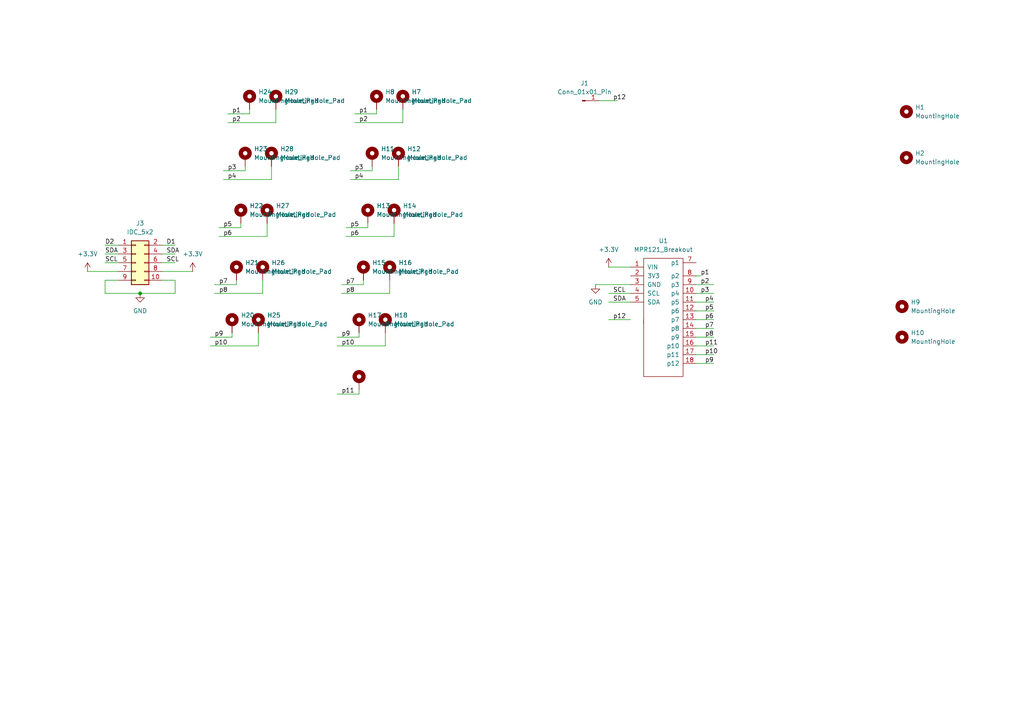
<source format=kicad_sch>
(kicad_sch (version 20231120) (generator "eeschema") (generator_version "8.0")
  (paper "A4")
  (lib_symbols
    (symbol "+3.3V_2" (power) (pin_numbers hide) (pin_names (offset 0) hide)
      (property "Value" "+3.3V" (at 0 3.556 0))
      (symbol "+3.3V_2_0_1"
        (polyline (pts (xy -0.762 1.27) (xy 0 2.54)))
        (polyline (pts (xy 0 0) (xy 0 2.54)))
        (polyline (pts (xy 0 2.54) (xy 0.762 1.27)))
      )
      (symbol "+3.3V_2_1_1"
        (pin power_in line (at 0 0 90) (length 0) (name "~") (number "1"))
      )
    )
    (symbol "Connector:Conn_01x01_Pin" (pin_names (offset 1.016) hide)
      (property "Reference" "J" (at 0 2.54 0))
      (property "Value" "Conn_01x01_Pin" (at 0 -2.54 0))
      (symbol "Conn_01x01_Pin_1_1"
        (polyline (pts (xy 1.27 0) (xy 0.8636 0)) (stroke (width 0.1524)))
        (rectangle (start 0.8636 0.127) (end 0 -0.127) (stroke (width 0.1524)) (fill (type outline)))
        (pin passive line (at 5.08 0 180) (length 3.81) (name "Pin_1") (number "1"))
      )
    )
    (symbol "Connector_Generic:Conn_02x05_Odd_Even" (pin_names (offset 1.016) hide)
      (property "Reference" "J" (at 1.27 7.62 0))
      (property "Value" "Conn_02x05_Odd_Even" (at 1.27 -7.62 0))
      (symbol "Conn_02x05_Odd_Even_1_1"
        (rectangle (start -1.27 -4.953) (end 0 -5.207) (stroke (width 0.1524)))
        (rectangle (start -1.27 -2.413) (end 0 -2.667) (stroke (width 0.1524)))
        (rectangle (start -1.27 0.127) (end 0 -0.127) (stroke (width 0.1524)))
        (rectangle (start -1.27 2.667) (end 0 2.413) (stroke (width 0.1524)))
        (rectangle (start -1.27 5.207) (end 0 4.953) (stroke (width 0.1524)))
        (rectangle (start -1.27 6.35) (end 3.81 -6.35) (stroke (width 0.254)) (fill (type background)))
        (rectangle (start 3.81 -4.953) (end 2.54 -5.207) (stroke (width 0.1524)))
        (rectangle (start 3.81 -2.413) (end 2.54 -2.667) (stroke (width 0.1524)))
        (rectangle (start 3.81 0.127) (end 2.54 -0.127) (stroke (width 0.1524)))
        (rectangle (start 3.81 2.667) (end 2.54 2.413) (stroke (width 0.1524)))
        (rectangle (start 3.81 5.207) (end 2.54 4.953) (stroke (width 0.1524)))
        (pin passive line (at -5.08 5.08 0) (length 3.81) (name "Pin_1") (number "1"))
        (pin passive line (at 7.62 -5.08 180) (length 3.81) (name "Pin_10") (number "10"))
        (pin passive line (at 7.62 5.08 180) (length 3.81) (name "Pin_2") (number "2"))
        (pin passive line (at -5.08 2.54 0) (length 3.81) (name "Pin_3") (number "3"))
        (pin passive line (at 7.62 2.54 180) (length 3.81) (name "Pin_4") (number "4"))
        (pin passive line (at -5.08 0 0) (length 3.81) (name "Pin_5") (number "5"))
        (pin passive line (at 7.62 0 180) (length 3.81) (name "Pin_6") (number "6"))
        (pin passive line (at -5.08 -2.54 0) (length 3.81) (name "Pin_7") (number "7"))
        (pin passive line (at 7.62 -2.54 180) (length 3.81) (name "Pin_8") (number "8"))
        (pin passive line (at -5.08 -5.08 0) (length 3.81) (name "Pin_9") (number "9"))
      )
    )
    (symbol "GND_2" (power) (pin_numbers hide) (pin_names (offset 0) hide)
      (property "Value" "GND" (at 0 -3.81 0))
      (symbol "GND_2_0_1"
        (polyline (pts (xy 0 0) (xy 0 -1.27) (xy 1.27 -1.27) (xy 0 -2.54) (xy -1.27 -1.27) (xy 0 -1.27)))
      )
      (symbol "GND_2_1_1"
        (pin power_in line (at 0 0 270) (length 0) (name "~") (number "1"))
      )
    )
    (symbol "LSM6DS3_Breakout:MPR121_Breakout" (pin_names (offset 1.016))
      (property "Reference" "U1" (at -4.445 7.62 0))
      (property "Value" "MPR121_Breakout" (at -4.445 5.08 0))
      (symbol "MPR121_Breakout_0_1"
        (polyline (pts (xy -10.16 -15.24) (xy -10.16 -16.51)))
        (polyline (pts (xy -10.16 -31.75) (xy -10.16 2.54) (xy 1.27 2.54) (xy 1.27 -30.48) (xy 1.27 -31.75) (xy -10.16 -31.75)))
      )
      (symbol "MPR121_Breakout_1_1"
        (pin input line (at -13.97 0 0) (length 3.81) (name "VIN") (number "1"))
        (pin output line (at 5.08 -7.62 180) (length 3.81) (name "p4") (number "10"))
        (pin input line (at 5.08 -10.16 180) (length 3.81) (name "p5") (number "11"))
        (pin bidirectional line (at 5.08 -12.7 180) (length 3.81) (name "p6") (number "12"))
        (pin input line (at 5.08 -15.24 180) (length 3.81) (name "p7") (number "13"))
        (pin output line (at 5.08 -17.78 180) (length 3.81) (name "p8") (number "14"))
        (pin output line (at 5.08 -20.32 180) (length 3.81) (name "p9") (number "15"))
        (pin input line (at 5.08 -22.86 180) (length 3.81) (name "p10") (number "16"))
        (pin bidirectional line (at 5.08 -25.4 180) (length 3.81) (name "p11") (number "17"))
        (pin input line (at 5.08 -27.94 180) (length 3.81) (name "p12") (number "18"))
        (pin input line (at -13.97 -2.54 0) (length 3.81) (name "3V3") (number "2"))
        (pin power_in line (at -13.97 -5.08 0) (length 3.81) (name "GND") (number "3"))
        (pin input line (at -13.97 -7.62 0) (length 3.81) (name "SCL") (number "4"))
        (pin bidirectional line (at -13.97 -10.16 0) (length 3.81) (name "SDA") (number "5"))
        (pin input line (at 5.08 1.27 180) (length 3.81) (name "p1") (number "7"))
        (pin input line (at 5.08 -2.54 180) (length 3.81) (name "p2") (number "8"))
        (pin output line (at 5.08 -5.08 180) (length 3.81) (name "p3") (number "9"))
      )
    )
    (symbol "Mechanical:MountingHole" (pin_names (offset 1.016))
      (property "Reference" "H" (at 0 5.08 0))
      (property "Value" "MountingHole" (at 0 3.175 0))
      (symbol "MountingHole_0_1"
        (circle (center 0 0) (radius 1.27) (stroke (width 1.27)))
      )
    )
    (symbol "Mechanical:MountingHole_Pad" (pin_numbers hide) (pin_names (offset 1.016) hide) (exclude_from_sim yes) (in_bom no)
      (property "Reference" "H" (at 0 6.35 0))
      (property "Value" "MountingHole_Pad" (at 0 4.445 0))
      (symbol "MountingHole_Pad_0_1"
        (circle (center 0 1.27) (radius 1.27) (stroke (width 1.27)))
      )
      (symbol "MountingHole_Pad_1_1"
        (pin input line (at 0 -2.54 90) (length 2.54) (name "1") (number "1"))
      )
    )
    (symbol "power:+3.3V" (power) (pin_numbers hide) (pin_names (offset 0) hide)
      (property "Value" "+3.3V" (at 0 3.556 0))
      (symbol "+3.3V_0_1"
        (polyline (pts (xy -0.762 1.27) (xy 0 2.54)))
        (polyline (pts (xy 0 0) (xy 0 2.54)))
        (polyline (pts (xy 0 2.54) (xy 0.762 1.27)))
      )
      (symbol "+3.3V_1_1"
        (pin power_in line (at 0 0 90) (length 0) (name "~") (number "1"))
      )
    )
    (symbol "power:GND" (power) (pin_numbers hide) (pin_names (offset 0) hide)
      (property "Value" "GND" (at 0 -3.81 0))
      (symbol "GND_0_1"
        (polyline (pts (xy 0 0) (xy 0 -1.27) (xy 1.27 -1.27) (xy 0 -2.54) (xy -1.27 -1.27) (xy 0 -1.27)))
      )
      (symbol "GND_1_1"
        (pin power_in line (at 0 0 270) (length 0) (name "~") (number "1"))
      )
    )
  )
  (junction (at 40.64 85.09))
  (wire (pts (xy 68.58 81.28) (xy 68.58 82.55)))
  (wire (pts (xy 107.95 48.26) (xy 107.95 49.53)))
  (wire (pts (xy 64.77 52.07) (xy 78.74 52.07)))
  (wire (pts (xy 30.48 85.09) (xy 40.64 85.09)))
  (wire (pts (xy 63.5 68.58) (xy 77.47 68.58)))
  (wire (pts (xy 104.14 96.52) (xy 104.14 97.79)))
  (wire (pts (xy 201.93 85.09) (xy 207.01 85.09)))
  (wire (pts (xy 172.72 82.55) (xy 182.88 82.55)))
  (wire (pts (xy 176.53 92.71) (xy 182.88 92.71)))
  (wire (pts (xy 40.64 85.09) (xy 50.8 85.09)))
  (wire (pts (xy 76.2 81.28) (xy 76.2 85.09)))
  (wire (pts (xy 201.93 87.63) (xy 207.01 87.63)))
  (wire (pts (xy 99.06 82.55) (xy 105.41 82.55)))
  (wire (pts (xy 25.4 78.74) (xy 34.29 78.74)))
  (wire (pts (xy 72.39 31.75) (xy 72.39 33.02)))
  (wire (pts (xy 109.22 31.75) (xy 109.22 33.02)))
  (wire (pts (xy 97.79 97.79) (xy 104.14 97.79)))
  (wire (pts (xy 176.53 87.63) (xy 182.88 87.63)))
  (wire (pts (xy 80.01 31.75) (xy 80.01 35.56)))
  (wire (pts (xy 74.93 96.52) (xy 74.93 100.33)))
  (wire (pts (xy 111.76 96.52) (xy 111.76 100.33)))
  (wire (pts (xy 46.99 78.74) (xy 55.88 78.74)))
  (wire (pts (xy 176.53 77.47) (xy 182.88 77.47)))
  (wire (pts (xy 30.48 76.2) (xy 34.29 76.2)))
  (wire (pts (xy 100.33 66.04) (xy 106.68 66.04)))
  (wire (pts (xy 60.96 100.33) (xy 74.93 100.33)))
  (wire (pts (xy 46.99 73.66) (xy 50.8 73.66)))
  (wire (pts (xy 113.03 81.28) (xy 113.03 85.09)))
  (wire (pts (xy 30.48 73.66) (xy 34.29 73.66)))
  (wire (pts (xy 201.93 80.01) (xy 203.2 80.01)))
  (wire (pts (xy 46.99 71.12) (xy 50.8 71.12)))
  (wire (pts (xy 50.8 85.09) (xy 50.8 81.28)))
  (wire (pts (xy 69.85 64.77) (xy 69.85 66.04)))
  (wire (pts (xy 46.99 81.28) (xy 50.8 81.28)))
  (wire (pts (xy 201.93 82.55) (xy 207.01 82.55)))
  (wire (pts (xy 66.04 35.56) (xy 80.01 35.56)))
  (wire (pts (xy 99.06 85.09) (xy 113.03 85.09)))
  (wire (pts (xy 104.14 113.03) (xy 104.14 114.3)))
  (wire (pts (xy 173.99 29.21) (xy 179.07 29.21)))
  (wire (pts (xy 102.87 33.02) (xy 109.22 33.02)))
  (wire (pts (xy 67.31 96.52) (xy 67.31 97.79)))
  (wire (pts (xy 97.79 114.3) (xy 104.14 114.3)))
  (wire (pts (xy 201.93 102.87) (xy 207.01 102.87)))
  (wire (pts (xy 101.6 52.07) (xy 115.57 52.07)))
  (wire (pts (xy 97.79 100.33) (xy 111.76 100.33)))
  (wire (pts (xy 115.57 48.26) (xy 115.57 52.07)))
  (wire (pts (xy 30.48 71.12) (xy 34.29 71.12)))
  (wire (pts (xy 201.93 105.41) (xy 207.01 105.41)))
  (wire (pts (xy 66.04 33.02) (xy 72.39 33.02)))
  (wire (pts (xy 201.93 100.33) (xy 207.01 100.33)))
  (wire (pts (xy 106.68 64.77) (xy 106.68 66.04)))
  (wire (pts (xy 100.33 68.58) (xy 114.3 68.58)))
  (wire (pts (xy 201.93 92.71) (xy 207.01 92.71)))
  (wire (pts (xy 114.3 64.77) (xy 114.3 68.58)))
  (wire (pts (xy 116.84 31.75) (xy 116.84 35.56)))
  (wire (pts (xy 62.23 82.55) (xy 68.58 82.55)))
  (wire (pts (xy 46.99 76.2) (xy 50.8 76.2)))
  (wire (pts (xy 201.93 97.79) (xy 207.01 97.79)))
  (wire (pts (xy 60.96 97.79) (xy 67.31 97.79)))
  (wire (pts (xy 63.5 66.04) (xy 69.85 66.04)))
  (wire (pts (xy 30.48 81.28) (xy 30.48 85.09)))
  (wire (pts (xy 77.47 64.77) (xy 77.47 68.58)))
  (wire (pts (xy 64.77 49.53) (xy 71.12 49.53)))
  (wire (pts (xy 201.93 90.17) (xy 207.01 90.17)))
  (wire (pts (xy 105.41 81.28) (xy 105.41 82.55)))
  (wire (pts (xy 30.48 81.28) (xy 34.29 81.28)))
  (wire (pts (xy 71.12 48.26) (xy 71.12 49.53)))
  (wire (pts (xy 102.87 35.56) (xy 116.84 35.56)))
  (wire (pts (xy 201.93 95.25) (xy 207.01 95.25)))
  (wire (pts (xy 176.53 85.09) (xy 182.88 85.09)))
  (wire (pts (xy 62.23 85.09) (xy 76.2 85.09)))
  (wire (pts (xy 78.74 48.26) (xy 78.74 52.07)))
  (wire (pts (xy 101.6 49.53) (xy 107.95 49.53)))
  (label "p4" (at 102.87 52.07 0))
  (label "SDA" (at 30.48 73.66 0))
  (label "p9" (at 204.47 105.41 0))
  (label "D2" (at 30.48 71.12 0))
  (label "p4" (at 204.47 87.63 0))
  (label "p1" (at 67.31 33.02 0))
  (label "p7" (at 204.47 95.25 0))
  (label "p7" (at 100.33 82.55 0))
  (label "p6" (at 101.6 68.58 0))
  (label "p10" (at 204.47 102.87 0))
  (label "p2" (at 67.31 35.56 0))
  (label "p8" (at 100.33 85.09 0))
  (label "p9" (at 99.06 97.79 0))
  (label "p5" (at 204.47 90.17 0))
  (label "p10" (at 62.23 100.33 0))
  (label "p12" (at 177.8 92.71 0))
  (label "p6" (at 64.77 68.58 0))
  (label "p11" (at 204.47 100.33 0))
  (label "p5" (at 101.6 66.04 0))
  (label "p2" (at 104.14 35.56 0))
  (label "SDA" (at 177.8 87.63 0))
  (label "p1" (at 104.14 33.02 0))
  (label "p10" (at 99.06 100.33 0))
  (label "p8" (at 204.47 97.79 0))
  (label "p12" (at 177.8 29.21 0))
  (label "SCL" (at 30.48 76.2 0))
  (label "D1" (at 48.26 71.12 0))
  (label "p3" (at 66.04 49.53 0))
  (label "p9" (at 62.23 97.79 0))
  (label "SDA" (at 48.26 73.66 0))
  (label "p5" (at 64.77 66.04 0))
  (label "p6" (at 204.47 92.71 0))
  (label "p1" (at 203.2 80.01 0))
  (label "SCL" (at 177.8 85.09 0))
  (label "p3" (at 203.2 85.09 0))
  (label "p7" (at 63.5 82.55 0))
  (label "SCL" (at 48.26 76.2 0))
  (label "p8" (at 63.5 85.09 0))
  (label "p4" (at 66.04 52.07 0))
  (label "p2" (at 203.2 82.55 0))
  (label "p3" (at 102.87 49.53 0))
  (label "p11" (at 99.06 114.3 0))
  (symbol (lib_id "Mechanical:MountingHole_Pad") (at 111.76 93.98 0) (unit 1) (exclude_from_sim yes) (in_bom no)
    (property "Reference" "H18" (at 114.3 91.4399 0) (effects (justify left)))
    (property "Value" "MountingHole_Pad" (at 114.3 93.9799 0) (effects (justify left)))
    (property "Footprint" "MountingHole:MountingHole_6.4mm_M6_DIN965_Pad_TopBottom" (effects (hide yes)))
    (property "Description" "Mounting Hole with connection" (effects (hide yes)))
  )
  (symbol (lib_id "Connector:Conn_01x01_Pin") (at 168.91 29.21 0) (unit 1)
    (property "Reference" "J1" (at 169.545 24.13 0))
    (property "Value" "Conn_01x01_Pin" (at 169.545 26.67 0))
    (property "Footprint" "ih_kicad:recorder-touchtrack_120mm" (effects (hide yes)))
    (property "Description" "Generic connector, single row, 01x01, script generated" (effects (hide yes)))
  )
  (symbol (lib_id "Mechanical:MountingHole_Pad") (at 114.3 62.23 0) (unit 1) (exclude_from_sim yes) (in_bom no)
    (property "Reference" "H14" (at 116.84 59.6899 0) (effects (justify left)))
    (property "Value" "MountingHole_Pad" (at 116.84 62.2299 0) (effects (justify left)))
    (property "Footprint" "MountingHole:MountingHole_6.4mm_M6_DIN965_Pad_TopBottom" (effects (hide yes)))
    (property "Description" "Mounting Hole with connection" (effects (hide yes)))
  )
  (symbol (lib_id "Mechanical:MountingHole_Pad") (at 106.68 62.23 0) (unit 1) (exclude_from_sim yes) (in_bom no)
    (property "Reference" "H13" (at 109.22 59.6899 0) (effects (justify left)))
    (property "Value" "MountingHole_Pad" (at 109.22 62.2299 0) (effects (justify left)))
    (property "Footprint" "MountingHole:MountingHole_6.4mm_M6_DIN965_Pad_TopBottom" (effects (hide yes)))
    (property "Description" "Mounting Hole with connection" (effects (hide yes)))
  )
  (symbol (lib_id "Mechanical:MountingHole_Pad") (at 115.57 45.72 0) (unit 1) (exclude_from_sim yes) (in_bom no)
    (property "Reference" "H12" (at 118.11 43.1799 0) (effects (justify left)))
    (property "Value" "MountingHole_Pad" (at 118.11 45.7199 0) (effects (justify left)))
    (property "Footprint" "MountingHole:MountingHole_6.4mm_M6_DIN965_Pad_TopBottom" (effects (hide yes)))
    (property "Description" "Mounting Hole with connection" (effects (hide yes)))
  )
  (symbol (lib_id "Mechanical:MountingHole_Pad") (at 107.95 45.72 0) (unit 1) (exclude_from_sim yes) (in_bom no)
    (property "Reference" "H11" (at 110.49 43.1799 0) (effects (justify left)))
    (property "Value" "MountingHole_Pad" (at 110.49 45.7199 0) (effects (justify left)))
    (property "Footprint" "MountingHole:MountingHole_6.4mm_M6_DIN965_Pad_TopBottom" (effects (hide yes)))
    (property "Description" "Mounting Hole with connection" (effects (hide yes)))
  )
  (symbol (lib_id "LSM6DS3_Breakout:MPR121_Breakout") (at 196.85 77.47 0) (unit 1)
    (property "Reference" "U1" (at 192.405 69.85 0))
    (property "Value" "MPR121_Breakout" (at 192.405 72.39 0))
    (property "Footprint" "ih_kicad:MPR121_Breakout" (effects (hide yes)))
  )
  (symbol (lib_id "Connector_Generic:Conn_02x05_Odd_Even") (at 39.37 76.2 0) (unit 1)
    (property "Reference" "J3" (at 40.64 64.77 0))
    (property "Value" "IDC_5x2" (at 40.64 67.31 0))
    (property "Footprint" "Connector_IDC:IDC-Header_2x05_P2.54mm_Vertical" (effects (hide yes)))
    (property "Description" "Generic connector, double row, 02x05, odd/even pin numbering scheme (row 1 odd numbers, row 2 even numbers), script generated (kicad-library-utils/schlib/autogen/connector/)" (effects (hide yes)))
  )
  (symbol (lib_id "Mechanical:MountingHole_Pad") (at 104.14 110.49 0) (unit 1) (exclude_from_sim yes) (in_bom no)
    (property "Reference" "H19" (effects (hide yes)))
    (property "Value" "MountingHole_Pad" (effects (hide yes)))
    (property "Footprint" "MountingHole:MountingHole_6.4mm_M6_DIN965_Pad_TopBottom" (effects (hide yes)))
    (property "Description" "Mounting Hole with connection" (effects (hide yes)))
  )
  (symbol (lib_id "Mechanical:MountingHole_Pad") (at 104.14 93.98 0) (unit 1) (exclude_from_sim yes) (in_bom no)
    (property "Reference" "H17" (at 106.68 91.4399 0) (effects (justify left)))
    (property "Value" "MountingHole_Pad" (at 106.68 93.9799 0) (effects (justify left)))
    (property "Footprint" "MountingHole:MountingHole_6.4mm_M6_DIN965_Pad_TopBottom" (effects (hide yes)))
    (property "Description" "Mounting Hole with connection" (effects (hide yes)))
  )
  (symbol (lib_id "Mechanical:MountingHole") (at 262.89 45.72 0) (unit 1)
    (property "Reference" "H2" (at 265.43 44.45 0) (effects (justify left)))
    (property "Value" "MountingHole" (at 265.43 46.99 0) (effects (justify left)))
    (property "Footprint" "MountingHole:MountingHole_4.3mm_M4" (effects (hide yes)))
  )
  (symbol (lib_id "Mechanical:MountingHole_Pad") (at 78.74 45.72 0) (unit 1) (exclude_from_sim yes) (in_bom no)
    (property "Reference" "H28" (at 81.28 43.1799 0) (effects (justify left)))
    (property "Value" "MountingHole_Pad" (at 81.28 45.7199 0) (effects (justify left)))
    (property "Footprint" "MountingHole:MountingHole_6.4mm_M6_DIN965_Pad_TopBottom" (effects (hide yes)))
    (property "Description" "Mounting Hole with connection" (effects (hide yes)))
  )
  (symbol (lib_id "Mechanical:MountingHole_Pad") (at 67.31 93.98 0) (unit 1) (exclude_from_sim yes) (in_bom no)
    (property "Reference" "H20" (at 69.85 91.4399 0) (effects (justify left)))
    (property "Value" "MountingHole_Pad" (at 69.85 93.9799 0) (effects (justify left)))
    (property "Footprint" "MountingHole:MountingHole_6.4mm_M6_DIN965_Pad_TopBottom" (effects (hide yes)))
    (property "Description" "Mounting Hole with connection" (effects (hide yes)))
  )
  (symbol (lib_id "Mechanical:MountingHole_Pad") (at 69.85 62.23 0) (unit 1) (exclude_from_sim yes) (in_bom no)
    (property "Reference" "H22" (at 72.39 59.6899 0) (effects (justify left)))
    (property "Value" "MountingHole_Pad" (at 72.39 62.2299 0) (effects (justify left)))
    (property "Footprint" "MountingHole:MountingHole_6.4mm_M6_DIN965_Pad_TopBottom" (effects (hide yes)))
    (property "Description" "Mounting Hole with connection" (effects (hide yes)))
  )
  (symbol (lib_id "Mechanical:MountingHole_Pad") (at 77.47 62.23 0) (unit 1) (exclude_from_sim yes) (in_bom no)
    (property "Reference" "H27" (at 80.01 59.6899 0) (effects (justify left)))
    (property "Value" "MountingHole_Pad" (at 80.01 62.2299 0) (effects (justify left)))
    (property "Footprint" "MountingHole:MountingHole_6.4mm_M6_DIN965_Pad_TopBottom" (effects (hide yes)))
    (property "Description" "Mounting Hole with connection" (effects (hide yes)))
  )
  (symbol (lib_id "Mechanical:MountingHole_Pad") (at 74.93 93.98 0) (unit 1) (exclude_from_sim yes) (in_bom no)
    (property "Reference" "H25" (at 77.47 91.4399 0) (effects (justify left)))
    (property "Value" "MountingHole_Pad" (at 77.47 93.9799 0) (effects (justify left)))
    (property "Footprint" "MountingHole:MountingHole_6.4mm_M6_DIN965_Pad_TopBottom" (effects (hide yes)))
    (property "Description" "Mounting Hole with connection" (effects (hide yes)))
  )
  (symbol (lib_name "+3.3V_2") (lib_id "power:+3.3V") (at 55.88 78.74 0) (unit 1)
    (property "Reference" "#PWR012" (effects (hide yes)))
    (property "Value" "+3.3V" (at 55.88 73.66 0))
    (property "Description" "Power symbol creates a global label with name \"+3.3V\"" (effects (hide yes)))
  )
  (symbol (lib_id "Mechanical:MountingHole") (at 261.62 97.79 0) (unit 1)
    (property "Reference" "H10" (at 264.16 96.52 0) (effects (justify left)))
    (property "Value" "MountingHole" (at 264.16 99.06 0) (effects (justify left)))
    (property "Footprint" "MountingHole:MountingHole_3.2mm_M3" (effects (hide yes)))
  )
  (symbol (lib_id "Mechanical:MountingHole_Pad") (at 105.41 78.74 0) (unit 1) (exclude_from_sim yes) (in_bom no)
    (property "Reference" "H15" (at 107.95 76.1999 0) (effects (justify left)))
    (property "Value" "MountingHole_Pad" (at 107.95 78.7399 0) (effects (justify left)))
    (property "Footprint" "MountingHole:MountingHole_6.4mm_M6_DIN965_Pad_TopBottom" (effects (hide yes)))
    (property "Description" "Mounting Hole with connection" (effects (hide yes)))
  )
  (symbol (lib_id "power:+3.3V") (at 176.53 77.47 0) (unit 1)
    (property "Reference" "#PWR01" (effects (hide yes)))
    (property "Value" "+3.3V" (at 176.53 72.39 0))
    (property "Description" "Power symbol creates a global label with name \"+3.3V\"" (effects (hide yes)))
  )
  (symbol (lib_id "Mechanical:MountingHole_Pad") (at 80.01 29.21 0) (unit 1) (exclude_from_sim yes) (in_bom no)
    (property "Reference" "H29" (at 82.55 26.6699 0) (effects (justify left)))
    (property "Value" "MountingHole_Pad" (at 82.55 29.2099 0) (effects (justify left)))
    (property "Footprint" "MountingHole:MountingHole_6.4mm_M6_DIN965_Pad_TopBottom" (effects (hide yes)))
    (property "Description" "Mounting Hole with connection" (effects (hide yes)))
  )
  (symbol (lib_id "power:GND") (at 172.72 82.55 0) (unit 1)
    (property "Reference" "#PWR02" (effects (hide yes)))
    (property "Value" "GND" (at 172.72 87.63 0))
    (property "Description" "Power symbol creates a global label with name \"GND\" , ground" (effects (hide yes)))
  )
  (symbol (lib_name "GND_2") (lib_id "power:GND") (at 40.64 85.09 0) (unit 1)
    (property "Reference" "#PWR06" (effects (hide yes)))
    (property "Value" "GND" (at 40.64 90.17 0))
    (property "Description" "Power symbol creates a global label with name \"GND\" , ground" (effects (hide yes)))
  )
  (symbol (lib_id "Mechanical:MountingHole_Pad") (at 113.03 78.74 0) (unit 1) (exclude_from_sim yes) (in_bom no)
    (property "Reference" "H16" (at 115.57 76.1999 0) (effects (justify left)))
    (property "Value" "MountingHole_Pad" (at 115.57 78.7399 0) (effects (justify left)))
    (property "Footprint" "MountingHole:MountingHole_6.4mm_M6_DIN965_Pad_TopBottom" (effects (hide yes)))
    (property "Description" "Mounting Hole with connection" (effects (hide yes)))
  )
  (symbol (lib_id "Mechanical:MountingHole_Pad") (at 68.58 78.74 0) (unit 1) (exclude_from_sim yes) (in_bom no)
    (property "Reference" "H21" (at 71.12 76.1999 0) (effects (justify left)))
    (property "Value" "MountingHole_Pad" (at 71.12 78.7399 0) (effects (justify left)))
    (property "Footprint" "MountingHole:MountingHole_6.4mm_M6_DIN965_Pad_TopBottom" (effects (hide yes)))
    (property "Description" "Mounting Hole with connection" (effects (hide yes)))
  )
  (symbol (lib_id "Mechanical:MountingHole_Pad") (at 71.12 45.72 0) (unit 1) (exclude_from_sim yes) (in_bom no)
    (property "Reference" "H23" (at 73.66 43.1799 0) (effects (justify left)))
    (property "Value" "MountingHole_Pad" (at 73.66 45.7199 0) (effects (justify left)))
    (property "Footprint" "MountingHole:MountingHole_6.4mm_M6_DIN965_Pad_TopBottom" (effects (hide yes)))
    (property "Description" "Mounting Hole with connection" (effects (hide yes)))
  )
  (symbol (lib_id "Mechanical:MountingHole_Pad") (at 76.2 78.74 0) (unit 1) (exclude_from_sim yes) (in_bom no)
    (property "Reference" "H26" (at 78.74 76.1999 0) (effects (justify left)))
    (property "Value" "MountingHole_Pad" (at 78.74 78.7399 0) (effects (justify left)))
    (property "Footprint" "MountingHole:MountingHole_6.4mm_M6_DIN965_Pad_TopBottom" (effects (hide yes)))
    (property "Description" "Mounting Hole with connection" (effects (hide yes)))
  )
  (symbol (lib_id "Mechanical:MountingHole_Pad") (at 116.84 29.21 0) (unit 1) (exclude_from_sim yes) (in_bom no)
    (property "Reference" "H7" (at 119.38 26.6699 0) (effects (justify left)))
    (property "Value" "MountingHole_Pad" (at 119.38 29.2099 0) (effects (justify left)))
    (property "Footprint" "MountingHole:MountingHole_6.4mm_M6_DIN965_Pad_TopBottom" (effects (hide yes)))
    (property "Description" "Mounting Hole with connection" (effects (hide yes)))
  )
  (symbol (lib_id "Mechanical:MountingHole") (at 262.89 32.385 0) (unit 1)
    (property "Reference" "H1" (at 265.43 31.115 0) (effects (justify left)))
    (property "Value" "MountingHole" (at 265.43 33.655 0) (effects (justify left)))
    (property "Footprint" "MountingHole:MountingHole_4.3mm_M4" (effects (hide yes)))
  )
  (symbol (lib_id "Mechanical:MountingHole_Pad") (at 72.39 29.21 0) (unit 1) (exclude_from_sim yes) (in_bom no)
    (property "Reference" "H24" (at 74.93 26.6699 0) (effects (justify left)))
    (property "Value" "MountingHole_Pad" (at 74.93 29.2099 0) (effects (justify left)))
    (property "Footprint" "MountingHole:MountingHole_6.4mm_M6_DIN965_Pad_TopBottom" (effects (hide yes)))
    (property "Description" "Mounting Hole with connection" (effects (hide yes)))
  )
  (symbol (lib_id "Mechanical:MountingHole_Pad") (at 109.22 29.21 0) (unit 1) (exclude_from_sim yes) (in_bom no)
    (property "Reference" "H8" (at 111.76 26.6699 0) (effects (justify left)))
    (property "Value" "MountingHole_Pad" (at 111.76 29.2099 0) (effects (justify left)))
    (property "Footprint" "MountingHole:MountingHole_6.4mm_M6_DIN965_Pad_TopBottom" (effects (hide yes)))
    (property "Description" "Mounting Hole with connection" (effects (hide yes)))
  )
  (symbol (lib_name "+3.3V_2") (lib_id "power:+3.3V") (at 25.4 78.74 0) (unit 1)
    (property "Reference" "#PWR011" (effects (hide yes)))
    (property "Value" "+3.3V" (at 25.4 73.66 0))
    (property "Description" "Power symbol creates a global label with name \"+3.3V\"" (effects (hide yes)))
  )
  (symbol (lib_id "Mechanical:MountingHole") (at 261.62 88.9 0) (unit 1)
    (property "Reference" "H9" (at 264.16 87.63 0) (effects (justify left)))
    (property "Value" "MountingHole" (at 264.16 90.17 0) (effects (justify left)))
    (property "Footprint" "MountingHole:MountingHole_3.2mm_M3" (effects (hide yes)))
  )
)
</source>
